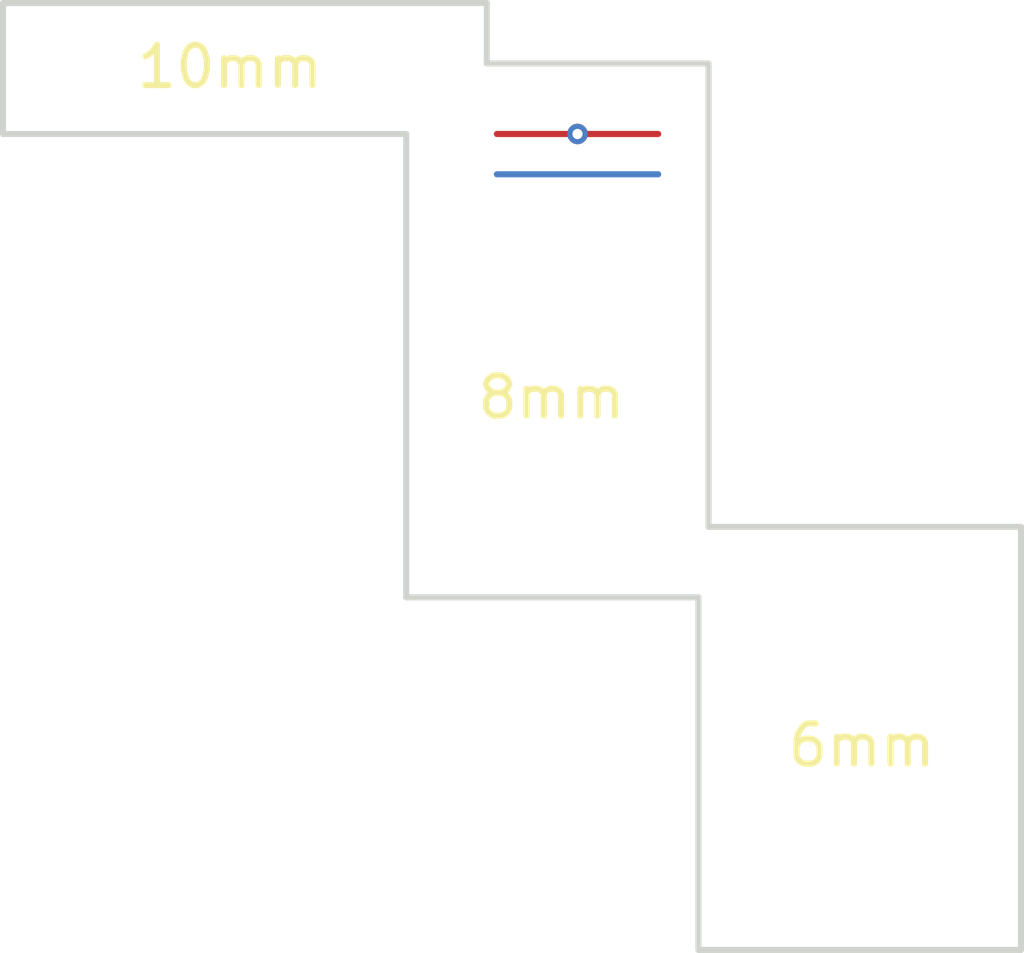
<source format=kicad_pcb>
(kicad_pcb (version 20171130) (host pcbnew "(5.1.0)-1")

  (general
    (thickness 1.6)
    (drawings 16)
    (tracks 4)
    (zones 0)
    (modules 6)
    (nets 32)
  )

  (page A4)
  (layers
    (0 F.Cu signal)
    (31 B.Cu signal)
    (32 B.Adhes user)
    (33 F.Adhes user)
    (34 B.Paste user)
    (35 F.Paste user)
    (36 B.SilkS user)
    (37 F.SilkS user)
    (38 B.Mask user)
    (39 F.Mask user)
    (40 Dwgs.User user)
    (41 Cmts.User user)
    (42 Eco1.User user)
    (43 Eco2.User user)
    (44 Edge.Cuts user)
    (45 Margin user)
    (46 B.CrtYd user hide)
    (47 F.CrtYd user hide)
    (48 B.Fab user hide)
    (49 F.Fab user hide)
  )

  (setup
    (last_trace_width 0.1524)
    (user_trace_width 0.1524)
    (user_trace_width 0.2032)
    (user_trace_width 0.254)
    (user_trace_width 0.3048)
    (user_trace_width 0.381)
    (trace_clearance 0.127)
    (zone_clearance 0.508)
    (zone_45_only no)
    (trace_min 0.1524)
    (via_size 0.508)
    (via_drill 0.254)
    (via_min_size 0.508)
    (via_min_drill 0.254)
    (uvia_size 0.3)
    (uvia_drill 0.1)
    (uvias_allowed no)
    (uvia_min_size 0.2)
    (uvia_min_drill 0.1)
    (edge_width 0.15)
    (segment_width 0.2)
    (pcb_text_width 0.3)
    (pcb_text_size 1.5 1.5)
    (mod_edge_width 0.15)
    (mod_text_size 1 1)
    (mod_text_width 0.15)
    (pad_size 1.524 1.524)
    (pad_drill 0.762)
    (pad_to_mask_clearance 0.051)
    (solder_mask_min_width 0.25)
    (aux_axis_origin 0 0)
    (visible_elements 7FFFFFFF)
    (pcbplotparams
      (layerselection 0x010fc_ffffffff)
      (usegerberextensions false)
      (usegerberattributes false)
      (usegerberadvancedattributes false)
      (creategerberjobfile false)
      (excludeedgelayer true)
      (linewidth 0.100000)
      (plotframeref false)
      (viasonmask false)
      (mode 1)
      (useauxorigin false)
      (hpglpennumber 1)
      (hpglpenspeed 20)
      (hpglpendiameter 15.000000)
      (psnegative false)
      (psa4output false)
      (plotreference true)
      (plotvalue true)
      (plotinvisibletext false)
      (padsonsilk false)
      (subtractmaskfromsilk false)
      (outputformat 1)
      (mirror false)
      (drillshape 0)
      (scaleselection 1)
      (outputdirectory "Output/"))
  )

  (net 0 "")
  (net 1 "Net-(J1-Pad2)")
  (net 2 "Net-(J1-Pad3)")
  (net 3 "Net-(J1-Pad4)")
  (net 4 "Net-(J1-Pad5)")
  (net 5 "Net-(J1-Pad6)")
  (net 6 "Net-(J1-Pad7)")
  (net 7 "Net-(J1-Pad8)")
  (net 8 "Net-(J1-Pad9)")
  (net 9 "Net-(J1-Pad10)")
  (net 10 "Net-(J1-Pad11)")
  (net 11 "Net-(J1-Pad12)")
  (net 12 "Net-(J1-Pad13)")
  (net 13 "Net-(J1-Pad14)")
  (net 14 "Net-(J1-Pad15)")
  (net 15 "Net-(J1-Pad16)")
  (net 16 "Net-(J1-Pad17)")
  (net 17 "Net-(J1-Pad18)")
  (net 18 "Net-(J1-Pad19)")
  (net 19 "Net-(J1-Pad20)")
  (net 20 "Net-(J5-Pad14)")
  (net 21 "Net-(J5-Pad13)")
  (net 22 "Net-(J5-Pad12)")
  (net 23 "Net-(J5-Pad11)")
  (net 24 "Net-(J5-Pad10)")
  (net 25 "Net-(J5-Pad9)")
  (net 26 "Net-(J5-Pad8)")
  (net 27 "Net-(J5-Pad7)")
  (net 28 "Net-(J5-Pad6)")
  (net 29 "Net-(J5-Pad5)")
  (net 30 "Net-(J5-Pad4)")
  (net 31 "Net-(J5-Pad2)")

  (net_class Default "This is the default net class."
    (clearance 0.127)
    (trace_width 0.1524)
    (via_dia 0.508)
    (via_drill 0.254)
    (uvia_dia 0.3)
    (uvia_drill 0.1)
    (add_net "Net-(J1-Pad10)")
    (add_net "Net-(J1-Pad11)")
    (add_net "Net-(J1-Pad12)")
    (add_net "Net-(J1-Pad13)")
    (add_net "Net-(J1-Pad14)")
    (add_net "Net-(J1-Pad15)")
    (add_net "Net-(J1-Pad16)")
    (add_net "Net-(J1-Pad17)")
    (add_net "Net-(J1-Pad18)")
    (add_net "Net-(J1-Pad19)")
    (add_net "Net-(J1-Pad2)")
    (add_net "Net-(J1-Pad20)")
    (add_net "Net-(J1-Pad3)")
    (add_net "Net-(J1-Pad4)")
    (add_net "Net-(J1-Pad5)")
    (add_net "Net-(J1-Pad6)")
    (add_net "Net-(J1-Pad7)")
    (add_net "Net-(J1-Pad8)")
    (add_net "Net-(J1-Pad9)")
    (add_net "Net-(J5-Pad10)")
    (add_net "Net-(J5-Pad11)")
    (add_net "Net-(J5-Pad12)")
    (add_net "Net-(J5-Pad13)")
    (add_net "Net-(J5-Pad14)")
    (add_net "Net-(J5-Pad2)")
    (add_net "Net-(J5-Pad4)")
    (add_net "Net-(J5-Pad5)")
    (add_net "Net-(J5-Pad6)")
    (add_net "Net-(J5-Pad7)")
    (add_net "Net-(J5-Pad8)")
    (add_net "Net-(J5-Pad9)")
  )

  (module .Connector:B2B_Flex_20_Dual_Row_38milx24mil_Hole_10milx20mil_Clearance (layer F.Cu) (tedit 5D70560D) (tstamp 5C30D1DB)
    (at 35.27884 28.39366 270)
    (path /5C4237CC)
    (fp_text reference J2 (at -0.0254 -1.6002 270) (layer F.SilkS) hide
      (effects (font (size 1 1) (thickness 0.15)))
    )
    (fp_text value Conn_01x20 (at 0.3556 3.048 270) (layer F.Fab)
      (effects (font (size 1 1) (thickness 0.15)))
    )
    (pad "" np_thru_hole circle (at 0 0 270) (size 0.508 0.508) (drill 0.508) (layers *.Cu *.Mask)
      (zone_connect 0))
    (pad 2 np_thru_hole circle (at 0.482599 0.6096 270) (size 0.508 0.508) (drill 0.508) (layers *.Cu *.Mask)
      (net 1 "Net-(J1-Pad2)") (zone_connect 0))
    (pad 3 np_thru_hole circle (at 0.965199 0 270) (size 0.508 0.508) (drill 0.508) (layers *.Cu *.Mask)
      (net 2 "Net-(J1-Pad3)") (zone_connect 0))
    (pad 4 np_thru_hole circle (at 1.447798 0.6096 270) (size 0.508 0.508) (drill 0.508) (layers *.Cu *.Mask)
      (net 3 "Net-(J1-Pad4)") (zone_connect 0))
    (pad 5 np_thru_hole circle (at 1.930398 0 270) (size 0.508 0.508) (drill 0.508) (layers *.Cu *.Mask)
      (net 4 "Net-(J1-Pad5)") (zone_connect 0))
    (pad 6 np_thru_hole circle (at 2.412997 0.6096 270) (size 0.508 0.508) (drill 0.508) (layers *.Cu *.Mask)
      (net 5 "Net-(J1-Pad6)") (zone_connect 0))
    (pad 7 np_thru_hole circle (at 2.895597 0 270) (size 0.508 0.508) (drill 0.508) (layers *.Cu *.Mask)
      (net 6 "Net-(J1-Pad7)") (zone_connect 0))
    (pad 8 np_thru_hole circle (at 3.378196 0.6096 270) (size 0.508 0.508) (drill 0.508) (layers *.Cu *.Mask)
      (net 7 "Net-(J1-Pad8)") (zone_connect 0))
    (pad 9 np_thru_hole circle (at 3.860796 0 270) (size 0.508 0.508) (drill 0.508) (layers *.Cu *.Mask)
      (net 8 "Net-(J1-Pad9)") (zone_connect 0))
    (pad 10 np_thru_hole circle (at 4.343395 0.6096 270) (size 0.508 0.508) (drill 0.508) (layers *.Cu *.Mask)
      (net 9 "Net-(J1-Pad10)") (zone_connect 0))
    (pad 11 np_thru_hole circle (at 4.825995 0 270) (size 0.508 0.508) (drill 0.508) (layers *.Cu *.Mask)
      (net 10 "Net-(J1-Pad11)") (zone_connect 0))
    (pad 12 np_thru_hole circle (at 5.308594 0.6096 270) (size 0.508 0.508) (drill 0.508) (layers *.Cu *.Mask)
      (net 11 "Net-(J1-Pad12)") (zone_connect 0))
    (pad 13 np_thru_hole circle (at 5.791194 0 270) (size 0.508 0.508) (drill 0.508) (layers *.Cu *.Mask)
      (net 12 "Net-(J1-Pad13)") (zone_connect 0))
    (pad 14 np_thru_hole circle (at 6.273793 0.6096 270) (size 0.508 0.508) (drill 0.508) (layers *.Cu *.Mask)
      (net 13 "Net-(J1-Pad14)") (zone_connect 0))
    (pad 15 np_thru_hole circle (at 6.756393 0 270) (size 0.508 0.508) (drill 0.508) (layers *.Cu *.Mask)
      (net 14 "Net-(J1-Pad15)") (zone_connect 0))
    (pad 16 np_thru_hole circle (at 7.238992 0.6096 270) (size 0.508 0.508) (drill 0.508) (layers *.Cu *.Mask)
      (net 15 "Net-(J1-Pad16)") (zone_connect 0))
    (pad 17 np_thru_hole circle (at 7.721592 0 270) (size 0.508 0.508) (drill 0.508) (layers *.Cu *.Mask)
      (net 16 "Net-(J1-Pad17)") (zone_connect 0))
    (pad 18 np_thru_hole circle (at 8.204191 0.6096 270) (size 0.508 0.508) (drill 0.508) (layers *.Cu *.Mask)
      (net 17 "Net-(J1-Pad18)") (zone_connect 0))
    (pad 19 np_thru_hole circle (at 8.686791 0 270) (size 0.508 0.508) (drill 0.508) (layers *.Cu *.Mask)
      (net 18 "Net-(J1-Pad19)") (zone_connect 0))
    (pad 20 np_thru_hole circle (at 9.16939 0.6096 270) (size 0.508 0.508) (drill 0.508) (layers *.Cu *.Mask)
      (net 19 "Net-(J1-Pad20)") (zone_connect 0))
  )

  (module .Connector:B2B_Flex_20_Dual_Row_38milx24mil_Hole_10milx20mil_Clearance (layer F.Cu) (tedit 5D70560D) (tstamp 5C30D1C3)
    (at 41.27884 28.39366 270)
    (path /5C423782)
    (fp_text reference J1 (at -1.44281 -0.4312) (layer F.SilkS) hide
      (effects (font (size 1 1) (thickness 0.15)))
    )
    (fp_text value Conn_01x20 (at 0.3556 3.048 270) (layer F.Fab)
      (effects (font (size 1 1) (thickness 0.15)))
    )
    (pad "" np_thru_hole circle (at 0 0 270) (size 0.508 0.508) (drill 0.508) (layers *.Cu *.Mask)
      (zone_connect 0))
    (pad 2 np_thru_hole circle (at 0.482599 0.6096 270) (size 0.508 0.508) (drill 0.508) (layers *.Cu *.Mask)
      (net 1 "Net-(J1-Pad2)") (zone_connect 0))
    (pad 3 np_thru_hole circle (at 0.965199 0 270) (size 0.508 0.508) (drill 0.508) (layers *.Cu *.Mask)
      (net 2 "Net-(J1-Pad3)") (zone_connect 0))
    (pad 4 np_thru_hole circle (at 1.447798 0.6096 270) (size 0.508 0.508) (drill 0.508) (layers *.Cu *.Mask)
      (net 3 "Net-(J1-Pad4)") (zone_connect 0))
    (pad 5 np_thru_hole circle (at 1.930398 0 270) (size 0.508 0.508) (drill 0.508) (layers *.Cu *.Mask)
      (net 4 "Net-(J1-Pad5)") (zone_connect 0))
    (pad 6 np_thru_hole circle (at 2.412997 0.6096 270) (size 0.508 0.508) (drill 0.508) (layers *.Cu *.Mask)
      (net 5 "Net-(J1-Pad6)") (zone_connect 0))
    (pad 7 np_thru_hole circle (at 2.895597 0 270) (size 0.508 0.508) (drill 0.508) (layers *.Cu *.Mask)
      (net 6 "Net-(J1-Pad7)") (zone_connect 0))
    (pad 8 np_thru_hole circle (at 3.378196 0.6096 270) (size 0.508 0.508) (drill 0.508) (layers *.Cu *.Mask)
      (net 7 "Net-(J1-Pad8)") (zone_connect 0))
    (pad 9 np_thru_hole circle (at 3.860796 0 270) (size 0.508 0.508) (drill 0.508) (layers *.Cu *.Mask)
      (net 8 "Net-(J1-Pad9)") (zone_connect 0))
    (pad 10 np_thru_hole circle (at 4.343395 0.6096 270) (size 0.508 0.508) (drill 0.508) (layers *.Cu *.Mask)
      (net 9 "Net-(J1-Pad10)") (zone_connect 0))
    (pad 11 np_thru_hole circle (at 4.825995 0 270) (size 0.508 0.508) (drill 0.508) (layers *.Cu *.Mask)
      (net 10 "Net-(J1-Pad11)") (zone_connect 0))
    (pad 12 np_thru_hole circle (at 5.308594 0.6096 270) (size 0.508 0.508) (drill 0.508) (layers *.Cu *.Mask)
      (net 11 "Net-(J1-Pad12)") (zone_connect 0))
    (pad 13 np_thru_hole circle (at 5.791194 0 270) (size 0.508 0.508) (drill 0.508) (layers *.Cu *.Mask)
      (net 12 "Net-(J1-Pad13)") (zone_connect 0))
    (pad 14 np_thru_hole circle (at 6.273793 0.6096 270) (size 0.508 0.508) (drill 0.508) (layers *.Cu *.Mask)
      (net 13 "Net-(J1-Pad14)") (zone_connect 0))
    (pad 15 np_thru_hole circle (at 6.756393 0 270) (size 0.508 0.508) (drill 0.508) (layers *.Cu *.Mask)
      (net 14 "Net-(J1-Pad15)") (zone_connect 0))
    (pad 16 np_thru_hole circle (at 7.238992 0.6096 270) (size 0.508 0.508) (drill 0.508) (layers *.Cu *.Mask)
      (net 15 "Net-(J1-Pad16)") (zone_connect 0))
    (pad 17 np_thru_hole circle (at 7.721592 0 270) (size 0.508 0.508) (drill 0.508) (layers *.Cu *.Mask)
      (net 16 "Net-(J1-Pad17)") (zone_connect 0))
    (pad 18 np_thru_hole circle (at 8.204191 0.6096 270) (size 0.508 0.508) (drill 0.508) (layers *.Cu *.Mask)
      (net 17 "Net-(J1-Pad18)") (zone_connect 0))
    (pad 19 np_thru_hole circle (at 8.686791 0 270) (size 0.508 0.508) (drill 0.508) (layers *.Cu *.Mask)
      (net 18 "Net-(J1-Pad19)") (zone_connect 0))
    (pad 20 np_thru_hole circle (at 9.16939 0.6096 270) (size 0.508 0.508) (drill 0.508) (layers *.Cu *.Mask)
      (net 19 "Net-(J1-Pad20)") (zone_connect 0))
  )

  (module .Connector:B2B_Flex_14_Dual_Row_38milx24mil_Hole_10milx20mil_Clearance (layer F.Cu) (tedit 5D7055E4) (tstamp 5CC273E4)
    (at 27.28038 28.193)
    (path /5CC82349)
    (fp_text reference J6 (at -0.0254 -1.6002) (layer F.SilkS) hide
      (effects (font (size 1 1) (thickness 0.15)))
    )
    (fp_text value Conn_01x14 (at 0.3556 3.048) (layer F.Fab)
      (effects (font (size 1 1) (thickness 0.15)))
    )
    (pad "" np_thru_hole circle (at 0 0) (size 0.508 0.508) (drill 0.508) (layers *.Cu *.Mask)
      (zone_connect 0))
    (pad 2 np_thru_hole circle (at 0.482599 0.6096) (size 0.508 0.508) (drill 0.508) (layers *.Cu *.Mask)
      (net 31 "Net-(J5-Pad2)") (zone_connect 0))
    (pad "" np_thru_hole circle (at 0.965199 0) (size 0.508 0.508) (drill 0.508) (layers *.Cu *.Mask)
      (zone_connect 0))
    (pad 4 np_thru_hole circle (at 1.447798 0.6096) (size 0.508 0.508) (drill 0.508) (layers *.Cu *.Mask)
      (net 30 "Net-(J5-Pad4)") (zone_connect 0))
    (pad 5 np_thru_hole circle (at 1.930398 0) (size 0.508 0.508) (drill 0.508) (layers *.Cu *.Mask)
      (net 29 "Net-(J5-Pad5)") (zone_connect 0))
    (pad 6 np_thru_hole circle (at 2.412997 0.6096) (size 0.508 0.508) (drill 0.508) (layers *.Cu *.Mask)
      (net 28 "Net-(J5-Pad6)") (zone_connect 0))
    (pad 7 np_thru_hole circle (at 2.895597 0) (size 0.508 0.508) (drill 0.508) (layers *.Cu *.Mask)
      (net 27 "Net-(J5-Pad7)") (zone_connect 0))
    (pad 8 np_thru_hole circle (at 3.378196 0.6096) (size 0.508 0.508) (drill 0.508) (layers *.Cu *.Mask)
      (net 26 "Net-(J5-Pad8)") (zone_connect 0))
    (pad 9 np_thru_hole circle (at 3.860796 0) (size 0.508 0.508) (drill 0.508) (layers *.Cu *.Mask)
      (net 25 "Net-(J5-Pad9)") (zone_connect 0))
    (pad 10 np_thru_hole circle (at 4.343395 0.6096) (size 0.508 0.508) (drill 0.508) (layers *.Cu *.Mask)
      (net 24 "Net-(J5-Pad10)") (zone_connect 0))
    (pad 11 np_thru_hole circle (at 4.825995 0) (size 0.508 0.508) (drill 0.508) (layers *.Cu *.Mask)
      (net 23 "Net-(J5-Pad11)") (zone_connect 0))
    (pad 12 np_thru_hole circle (at 5.308594 0.6096) (size 0.508 0.508) (drill 0.508) (layers *.Cu *.Mask)
      (net 22 "Net-(J5-Pad12)") (zone_connect 0))
    (pad 13 np_thru_hole circle (at 5.791194 0) (size 0.508 0.508) (drill 0.508) (layers *.Cu *.Mask)
      (net 21 "Net-(J5-Pad13)") (zone_connect 0))
    (pad 14 np_thru_hole circle (at 6.273793 0.6096) (size 0.508 0.508) (drill 0.508) (layers *.Cu *.Mask)
      (net 20 "Net-(J5-Pad14)") (zone_connect 0))
  )

  (module .Connector:B2B_Flex_14_Dual_Row_38milx24mil_Hole_10milx20mil_Clearance locked (layer F.Cu) (tedit 5D7055E4) (tstamp 5CC273D2)
    (at 27.28038 20.193)
    (path /5CC847F7)
    (fp_text reference J5 (at -0.0254 -1.6002) (layer F.SilkS) hide
      (effects (font (size 1 1) (thickness 0.15)))
    )
    (fp_text value Conn_01x14 (at 0.3556 3.048) (layer F.Fab)
      (effects (font (size 1 1) (thickness 0.15)))
    )
    (pad "" np_thru_hole circle (at 0 0) (size 0.508 0.508) (drill 0.508) (layers *.Cu *.Mask)
      (zone_connect 0))
    (pad 2 np_thru_hole circle (at 0.482599 0.6096) (size 0.508 0.508) (drill 0.508) (layers *.Cu *.Mask)
      (net 31 "Net-(J5-Pad2)") (zone_connect 0))
    (pad "" np_thru_hole circle (at 0.965199 0) (size 0.508 0.508) (drill 0.508) (layers *.Cu *.Mask)
      (zone_connect 0))
    (pad 4 np_thru_hole circle (at 1.447798 0.6096) (size 0.508 0.508) (drill 0.508) (layers *.Cu *.Mask)
      (net 30 "Net-(J5-Pad4)") (zone_connect 0))
    (pad 5 np_thru_hole circle (at 1.930398 0) (size 0.508 0.508) (drill 0.508) (layers *.Cu *.Mask)
      (net 29 "Net-(J5-Pad5)") (zone_connect 0))
    (pad 6 np_thru_hole circle (at 2.412997 0.6096) (size 0.508 0.508) (drill 0.508) (layers *.Cu *.Mask)
      (net 28 "Net-(J5-Pad6)") (zone_connect 0))
    (pad 7 np_thru_hole circle (at 2.895597 0) (size 0.508 0.508) (drill 0.508) (layers *.Cu *.Mask)
      (net 27 "Net-(J5-Pad7)") (zone_connect 0))
    (pad 8 np_thru_hole circle (at 3.378196 0.6096) (size 0.508 0.508) (drill 0.508) (layers *.Cu *.Mask)
      (net 26 "Net-(J5-Pad8)") (zone_connect 0))
    (pad 9 np_thru_hole circle (at 3.860796 0) (size 0.508 0.508) (drill 0.508) (layers *.Cu *.Mask)
      (net 25 "Net-(J5-Pad9)") (zone_connect 0))
    (pad 10 np_thru_hole circle (at 4.343395 0.6096) (size 0.508 0.508) (drill 0.508) (layers *.Cu *.Mask)
      (net 24 "Net-(J5-Pad10)") (zone_connect 0))
    (pad 11 np_thru_hole circle (at 4.825995 0) (size 0.508 0.508) (drill 0.508) (layers *.Cu *.Mask)
      (net 23 "Net-(J5-Pad11)") (zone_connect 0))
    (pad 12 np_thru_hole circle (at 5.308594 0.6096) (size 0.508 0.508) (drill 0.508) (layers *.Cu *.Mask)
      (net 22 "Net-(J5-Pad12)") (zone_connect 0))
    (pad 13 np_thru_hole circle (at 5.791194 0) (size 0.508 0.508) (drill 0.508) (layers *.Cu *.Mask)
      (net 21 "Net-(J5-Pad13)") (zone_connect 0))
    (pad 14 np_thru_hole circle (at 6.273793 0.6096) (size 0.508 0.508) (drill 0.508) (layers *.Cu *.Mask)
      (net 20 "Net-(J5-Pad14)") (zone_connect 0))
  )

  (module .Connector:B2B_Flex_05_Dual_Row_38milx24mil_Hole_20_Clearance (layer F.Cu) (tedit 5D704D4E) (tstamp 5CC273C0)
    (at 17.2118 17.3736 90)
    (path /5CC945E9)
    (fp_text reference J4 (at -0.0254 -1.6002 90) (layer F.SilkS) hide
      (effects (font (size 1 1) (thickness 0.15)))
    )
    (fp_text value Conn_01x05 (at 0.3556 3.048 90) (layer F.Fab)
      (effects (font (size 1 1) (thickness 0.15)))
    )
    (pad "" np_thru_hole circle (at 0.507599 0.5846 90) (size 0.508 0.508) (drill 0.508) (layers *.Cu *.Mask)
      (zone_connect 0))
    (pad "" np_thru_hole circle (at 0.025 -0.025 90) (size 0.508 0.508) (drill 0.508) (layers *.Cu *.Mask)
      (zone_connect 0))
    (pad "" np_thru_hole circle (at 1.472798 0.5846 90) (size 0.508 0.508) (drill 0.508) (layers *.Cu *.Mask)
      (zone_connect 0))
    (pad "" np_thru_hole circle (at 0.990199 -0.025 90) (size 0.508 0.508) (drill 0.508) (layers *.Cu *.Mask)
      (zone_connect 0))
    (pad "" np_thru_hole circle (at 1.955398 -0.025 90) (size 0.508 0.508) (drill 0.508) (layers *.Cu *.Mask)
      (zone_connect 0))
  )

  (module .Connector:B2B_Flex_05_Dual_Row_38milx24mil_Hole_20_Clearance locked (layer F.Cu) (tedit 5D704D4E) (tstamp 5CC273B7)
    (at 27.2118 17.3736 90)
    (path /5CC950E2)
    (fp_text reference J3 (at -0.0254 -1.6002 90) (layer F.SilkS) hide
      (effects (font (size 1 1) (thickness 0.15)))
    )
    (fp_text value Conn_01x05 (at 0.3556 3.048 90) (layer F.Fab)
      (effects (font (size 1 1) (thickness 0.15)))
    )
    (pad "" np_thru_hole circle (at 0.507599 0.5846 90) (size 0.508 0.508) (drill 0.508) (layers *.Cu *.Mask)
      (zone_connect 0))
    (pad "" np_thru_hole circle (at 0.025 -0.025 90) (size 0.508 0.508) (drill 0.508) (layers *.Cu *.Mask)
      (zone_connect 0))
    (pad "" np_thru_hole circle (at 1.472798 0.5846 90) (size 0.508 0.508) (drill 0.508) (layers *.Cu *.Mask)
      (zone_connect 0))
    (pad "" np_thru_hole circle (at 0.990199 -0.025 90) (size 0.508 0.508) (drill 0.508) (layers *.Cu *.Mask)
      (zone_connect 0))
    (pad "" np_thru_hole circle (at 1.955398 -0.025 90) (size 0.508 0.508) (drill 0.508) (layers *.Cu *.Mask)
      (zone_connect 0))
  )

  (gr_line (start 16.75 14.75) (end 16.75 15) (layer Edge.Cuts) (width 0.15) (tstamp 5CC24E09))
  (gr_line (start 28.75 14.75) (end 16.75 14.75) (layer Edge.Cuts) (width 0.15))
  (gr_line (start 28.75 16.25) (end 28.75 14.75) (layer Edge.Cuts) (width 0.15))
  (gr_line (start 34.25 16.25) (end 28.75 16.25) (layer Edge.Cuts) (width 0.15))
  (gr_line (start 34.25 27.75) (end 34.25 16.25) (layer Edge.Cuts) (width 0.15))
  (gr_line (start 42 27.75) (end 34.25 27.75) (layer Edge.Cuts) (width 0.15))
  (gr_line (start 42 38.25) (end 42 27.75) (layer Edge.Cuts) (width 0.15))
  (gr_line (start 34 38.25) (end 42 38.25) (layer Edge.Cuts) (width 0.15))
  (gr_line (start 34 29.5) (end 34 38.25) (layer Edge.Cuts) (width 0.15))
  (gr_line (start 26.75 29.5) (end 34 29.5) (layer Edge.Cuts) (width 0.15))
  (gr_line (start 26.75 18) (end 26.75 29.5) (layer Edge.Cuts) (width 0.15))
  (gr_line (start 16.75 18) (end 26.75 18) (layer Edge.Cuts) (width 0.15))
  (gr_line (start 16.75 15) (end 16.75 18) (layer Edge.Cuts) (width 0.15))
  (gr_text 6mm (at 38.0492 33.1724) (layer F.SilkS)
    (effects (font (size 1 1) (thickness 0.15)))
  )
  (gr_text 8mm (at 30.353 24.5364) (layer F.SilkS)
    (effects (font (size 1 1) (thickness 0.15)))
  )
  (gr_text 10mm (at 22.3774 16.3322) (layer F.SilkS)
    (effects (font (size 1 1) (thickness 0.15)))
  )

  (segment (start 29 18) (end 31 18) (width 0.1524) (layer F.Cu) (net 0))
  (segment (start 29 19) (end 33 19) (width 0.1524) (layer B.Cu) (net 0))
  (segment (start 31 18) (end 33 18) (width 0.1524) (layer F.Cu) (net 0) (tstamp 5D70AC1E))
  (via (at 31 18) (size 0.508) (drill 0.254) (layers F.Cu B.Cu) (net 0))

)

</source>
